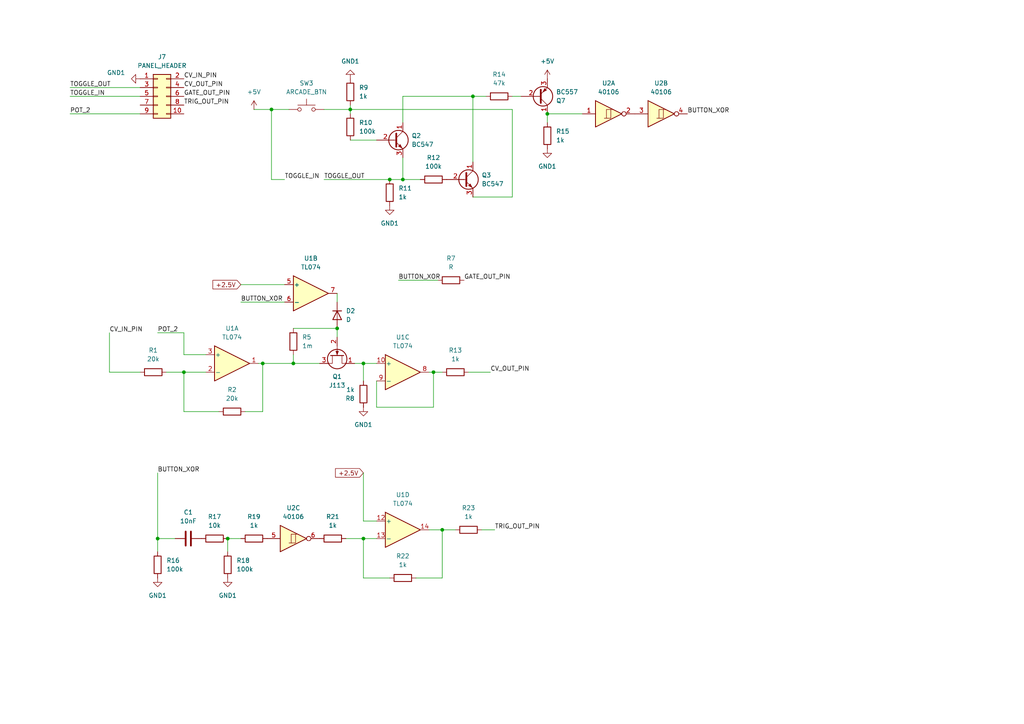
<source format=kicad_sch>
(kicad_sch (version 20231120) (generator "eeschema") (generator_version "8.0")
  (paper "A4")
  (lib_symbols
    (symbol "4xxx:40106" (pin_names (offset 1.016))
      (property "Reference" "U" (at 0 1.27 0))
      (property "Value" "40106" (at 0 -1.27 0))
      (symbol "40106_1_0"
        (polyline (pts (xy -0.635 -1.27) (xy -0.635 1.27) (xy 0.635 1.27)))
        (polyline (pts (xy -3.81 3.81) (xy -3.81 -3.81) (xy 3.81 0) (xy -3.81 3.81)) (stroke (width 0.254)) (fill (type background)))
        (polyline (pts (xy -1.27 -1.27) (xy 0.635 -1.27) (xy 0.635 1.27) (xy 1.27 1.27)))
        (pin input line (at -7.62 0 0) (length 3.81) (name "~") (number "1"))
        (pin output inverted (at 7.62 0 180) (length 3.81) (name "~") (number "2"))
      )
      (symbol "40106_2_0"
        (polyline (pts (xy -0.635 -1.27) (xy -0.635 1.27) (xy 0.635 1.27)))
        (polyline (pts (xy -3.81 3.81) (xy -3.81 -3.81) (xy 3.81 0) (xy -3.81 3.81)) (stroke (width 0.254)) (fill (type background)))
        (polyline (pts (xy -1.27 -1.27) (xy 0.635 -1.27) (xy 0.635 1.27) (xy 1.27 1.27)))
        (pin input line (at -7.62 0 0) (length 3.81) (name "~") (number "3"))
        (pin output inverted (at 7.62 0 180) (length 3.81) (name "~") (number "4"))
      )
      (symbol "40106_3_0"
        (polyline (pts (xy -0.635 -1.27) (xy -0.635 1.27) (xy 0.635 1.27)))
        (polyline (pts (xy -3.81 3.81) (xy -3.81 -3.81) (xy 3.81 0) (xy -3.81 3.81)) (stroke (width 0.254)) (fill (type background)))
        (polyline (pts (xy -1.27 -1.27) (xy 0.635 -1.27) (xy 0.635 1.27) (xy 1.27 1.27)))
        (pin input line (at -7.62 0 0) (length 3.81) (name "~") (number "5"))
        (pin output inverted (at 7.62 0 180) (length 3.81) (name "~") (number "6"))
      )
      (symbol "40106_4_0"
        (polyline (pts (xy -0.635 -1.27) (xy -0.635 1.27) (xy 0.635 1.27)))
        (polyline (pts (xy -3.81 3.81) (xy -3.81 -3.81) (xy 3.81 0) (xy -3.81 3.81)) (stroke (width 0.254)) (fill (type background)))
        (polyline (pts (xy -1.27 -1.27) (xy 0.635 -1.27) (xy 0.635 1.27) (xy 1.27 1.27)))
        (pin output inverted (at 7.62 0 180) (length 3.81) (name "~") (number "8"))
        (pin input line (at -7.62 0 0) (length 3.81) (name "~") (number "9"))
      )
      (symbol "40106_5_0"
        (polyline (pts (xy -0.635 -1.27) (xy -0.635 1.27) (xy 0.635 1.27)))
        (polyline (pts (xy -3.81 3.81) (xy -3.81 -3.81) (xy 3.81 0) (xy -3.81 3.81)) (stroke (width 0.254)) (fill (type background)))
        (polyline (pts (xy -1.27 -1.27) (xy 0.635 -1.27) (xy 0.635 1.27) (xy 1.27 1.27)))
        (pin output inverted (at 7.62 0 180) (length 3.81) (name "~") (number "10"))
        (pin input line (at -7.62 0 0) (length 3.81) (name "~") (number "11"))
      )
      (symbol "40106_6_0"
        (polyline (pts (xy -0.635 -1.27) (xy -0.635 1.27) (xy 0.635 1.27)))
        (polyline (pts (xy -3.81 3.81) (xy -3.81 -3.81) (xy 3.81 0) (xy -3.81 3.81)) (stroke (width 0.254)) (fill (type background)))
        (polyline (pts (xy -1.27 -1.27) (xy 0.635 -1.27) (xy 0.635 1.27) (xy 1.27 1.27)))
        (pin output inverted (at 7.62 0 180) (length 3.81) (name "~") (number "12"))
        (pin input line (at -7.62 0 0) (length 3.81) (name "~") (number "13"))
      )
      (symbol "40106_7_0"
        (pin power_in line (at 0 12.7 270) (length 5.08) (name "VDD") (number "14"))
        (pin power_in line (at 0 -12.7 90) (length 5.08) (name "VSS") (number "7"))
      )
      (symbol "40106_7_1"
        (rectangle (start -5.08 7.62) (end 5.08 -7.62) (stroke (width 0.254)) (fill (type background)))
      )
    )
    (symbol "Amplifier_Operational:TL074" (pin_names (offset 0.127))
      (property "Reference" "U" (at 0 5.08 0))
      (property "Value" "TL074" (at 0 -5.08 0))
      (symbol "TL074_1_1"
        (polyline (pts (xy -5.08 5.08) (xy 5.08 0) (xy -5.08 -5.08) (xy -5.08 5.08)) (stroke (width 0.254)) (fill (type background)))
        (pin output line (at 7.62 0 180) (length 2.54) (name "~") (number "1"))
        (pin input line (at -7.62 -2.54 0) (length 2.54) (name "-") (number "2"))
        (pin input line (at -7.62 2.54 0) (length 2.54) (name "+") (number "3"))
      )
      (symbol "TL074_2_1"
        (polyline (pts (xy -5.08 5.08) (xy 5.08 0) (xy -5.08 -5.08) (xy -5.08 5.08)) (stroke (width 0.254)) (fill (type background)))
        (pin input line (at -7.62 2.54 0) (length 2.54) (name "+") (number "5"))
        (pin input line (at -7.62 -2.54 0) (length 2.54) (name "-") (number "6"))
        (pin output line (at 7.62 0 180) (length 2.54) (name "~") (number "7"))
      )
      (symbol "TL074_3_1"
        (polyline (pts (xy -5.08 5.08) (xy 5.08 0) (xy -5.08 -5.08) (xy -5.08 5.08)) (stroke (width 0.254)) (fill (type background)))
        (pin input line (at -7.62 2.54 0) (length 2.54) (name "+") (number "10"))
        (pin output line (at 7.62 0 180) (length 2.54) (name "~") (number "8"))
        (pin input line (at -7.62 -2.54 0) (length 2.54) (name "-") (number "9"))
      )
      (symbol "TL074_4_1"
        (polyline (pts (xy -5.08 5.08) (xy 5.08 0) (xy -5.08 -5.08) (xy -5.08 5.08)) (stroke (width 0.254)) (fill (type background)))
        (pin input line (at -7.62 2.54 0) (length 2.54) (name "+") (number "12"))
        (pin input line (at -7.62 -2.54 0) (length 2.54) (name "-") (number "13"))
        (pin output line (at 7.62 0 180) (length 2.54) (name "~") (number "14"))
      )
      (symbol "TL074_5_1"
        (pin power_in line (at -2.54 -7.62 90) (length 3.81) (name "V-") (number "11"))
        (pin power_in line (at -2.54 7.62 270) (length 3.81) (name "V+") (number "4"))
      )
    )
    (symbol "Connector_Generic:Conn_02x05_Odd_Even" (pin_names (offset 1.016) hide)
      (property "Reference" "J" (at 1.27 7.62 0))
      (property "Value" "Conn_02x05_Odd_Even" (at 1.27 -7.62 0))
      (symbol "Conn_02x05_Odd_Even_1_1"
        (rectangle (start -1.27 -4.953) (end 0 -5.207) (stroke (width 0.1524)))
        (rectangle (start -1.27 -2.413) (end 0 -2.667) (stroke (width 0.1524)))
        (rectangle (start -1.27 0.127) (end 0 -0.127) (stroke (width 0.1524)))
        (rectangle (start -1.27 2.667) (end 0 2.413) (stroke (width 0.1524)))
        (rectangle (start -1.27 5.207) (end 0 4.953) (stroke (width 0.1524)))
        (rectangle (start -1.27 6.35) (end 3.81 -6.35) (stroke (width 0.254)) (fill (type background)))
        (rectangle (start 3.81 -4.953) (end 2.54 -5.207) (stroke (width 0.1524)))
        (rectangle (start 3.81 -2.413) (end 2.54 -2.667) (stroke (width 0.1524)))
        (rectangle (start 3.81 0.127) (end 2.54 -0.127) (stroke (width 0.1524)))
        (rectangle (start 3.81 2.667) (end 2.54 2.413) (stroke (width 0.1524)))
        (rectangle (start 3.81 5.207) (end 2.54 4.953) (stroke (width 0.1524)))
        (pin passive line (at -5.08 5.08 0) (length 3.81) (name "Pin_1") (number "1"))
        (pin passive line (at 7.62 -5.08 180) (length 3.81) (name "Pin_10") (number "10"))
        (pin passive line (at 7.62 5.08 180) (length 3.81) (name "Pin_2") (number "2"))
        (pin passive line (at -5.08 2.54 0) (length 3.81) (name "Pin_3") (number "3"))
        (pin passive line (at 7.62 2.54 180) (length 3.81) (name "Pin_4") (number "4"))
        (pin passive line (at -5.08 0 0) (length 3.81) (name "Pin_5") (number "5"))
        (pin passive line (at 7.62 0 180) (length 3.81) (name "Pin_6") (number "6"))
        (pin passive line (at -5.08 -2.54 0) (length 3.81) (name "Pin_7") (number "7"))
        (pin passive line (at 7.62 -2.54 180) (length 3.81) (name "Pin_8") (number "8"))
        (pin passive line (at -5.08 -5.08 0) (length 3.81) (name "Pin_9") (number "9"))
      )
    )
    (symbol "Device:C" (pin_numbers hide) (pin_names (offset 0.254))
      (property "Reference" "C" (at 0.635 2.54 0))
      (property "Value" "C" (at 0.635 -2.54 0))
      (symbol "C_0_1"
        (polyline (pts (xy -2.032 -0.762) (xy 2.032 -0.762)) (stroke (width 0.508)))
        (polyline (pts (xy -2.032 0.762) (xy 2.032 0.762)) (stroke (width 0.508)))
      )
      (symbol "C_1_1"
        (pin passive line (at 0 3.81 270) (length 2.794) (name "~") (number "1"))
        (pin passive line (at 0 -3.81 90) (length 2.794) (name "~") (number "2"))
      )
    )
    (symbol "Device:D" (pin_numbers hide) (pin_names (offset 1.016) hide)
      (property "Reference" "D" (at 0 2.54 0))
      (property "Value" "D" (at 0 -2.54 0))
      (symbol "D_0_1"
        (polyline (pts (xy -1.27 1.27) (xy -1.27 -1.27)) (stroke (width 0.254)))
        (polyline (pts (xy 1.27 0) (xy -1.27 0)))
        (polyline (pts (xy 1.27 1.27) (xy 1.27 -1.27) (xy -1.27 0) (xy 1.27 1.27)) (stroke (width 0.254)))
      )
      (symbol "D_1_1"
        (pin passive line (at -3.81 0 0) (length 2.54) (name "K") (number "1"))
        (pin passive line (at 3.81 0 180) (length 2.54) (name "A") (number "2"))
      )
    )
    (symbol "Device:R" (pin_numbers hide) (pin_names (offset 0))
      (property "Reference" "R" (at 2.032 0 90))
      (property "Value" "R" (at 0 0 90))
      (symbol "R_0_1"
        (rectangle (start -1.016 -2.54) (end 1.016 2.54) (stroke (width 0.254)))
      )
      (symbol "R_1_1"
        (pin passive line (at 0 3.81 270) (length 1.27) (name "~") (number "1"))
        (pin passive line (at 0 -3.81 90) (length 1.27) (name "~") (number "2"))
      )
    )
    (symbol "Switch:SW_Push" (pin_numbers hide) (pin_names (offset 1.016) hide)
      (property "Reference" "SW" (at 1.27 2.54 0))
      (property "Value" "SW_Push" (at 0 -1.524 0))
      (symbol "SW_Push_0_1"
        (circle (center -2.032 0) (radius 0.508))
        (polyline (pts (xy 0 1.27) (xy 0 3.048)))
        (polyline (pts (xy 2.54 1.27) (xy -2.54 1.27)))
        (circle (center 2.032 0) (radius 0.508))
        (pin passive line (at -5.08 0 0) (length 2.54) (name "1") (number "1"))
        (pin passive line (at 5.08 0 180) (length 2.54) (name "2") (number "2"))
      )
    )
    (symbol "Transistor_BJT:BC547" (pin_names (offset 0) hide)
      (property "Reference" "Q" (at 5.08 1.905 0))
      (property "Value" "BC547" (at 5.08 0 0))
      (symbol "BC547_0_1"
        (polyline (pts (xy 0 0) (xy 0.635 0)))
        (polyline (pts (xy 0.635 0.635) (xy 2.54 2.54)))
        (polyline (pts (xy 0.635 -0.635) (xy 2.54 -2.54) (xy 2.54 -2.54)))
        (polyline (pts (xy 0.635 1.905) (xy 0.635 -1.905) (xy 0.635 -1.905)) (stroke (width 0.508)))
        (polyline (pts (xy 1.27 -1.778) (xy 1.778 -1.27) (xy 2.286 -2.286) (xy 1.27 -1.778) (xy 1.27 -1.778)) (fill (type outline)))
        (circle (center 1.27 0) (radius 2.8194) (stroke (width 0.254)))
      )
      (symbol "BC547_1_1"
        (pin passive line (at 2.54 5.08 270) (length 2.54) (name "C") (number "1"))
        (pin input line (at -5.08 0 0) (length 5.08) (name "B") (number "2"))
        (pin passive line (at 2.54 -5.08 90) (length 2.54) (name "E") (number "3"))
      )
    )
    (symbol "Transistor_BJT:BC557" (pin_names (offset 0) hide)
      (property "Reference" "Q" (at 5.08 1.905 0))
      (property "Value" "BC557" (at 5.08 0 0))
      (symbol "BC557_0_1"
        (polyline (pts (xy 0.635 0.635) (xy 2.54 2.54)))
        (polyline (pts (xy 0.635 -0.635) (xy 2.54 -2.54) (xy 2.54 -2.54)))
        (polyline (pts (xy 0.635 1.905) (xy 0.635 -1.905) (xy 0.635 -1.905)) (stroke (width 0.508)))
        (polyline (pts (xy 2.286 -1.778) (xy 1.778 -2.286) (xy 1.27 -1.27) (xy 2.286 -1.778) (xy 2.286 -1.778)) (fill (type outline)))
        (circle (center 1.27 0) (radius 2.8194) (stroke (width 0.254)))
      )
      (symbol "BC557_1_1"
        (pin passive line (at 2.54 5.08 270) (length 2.54) (name "C") (number "1"))
        (pin input line (at -5.08 0 0) (length 5.715) (name "B") (number "2"))
        (pin passive line (at 2.54 -5.08 90) (length 2.54) (name "E") (number "3"))
      )
    )
    (symbol "Transistor_FET:2N3819" (pin_names hide)
      (property "Reference" "Q" (at 5.08 1.905 0))
      (property "Value" "2N3819" (at 5.08 0 0))
      (symbol "2N3819_0_1"
        (polyline (pts (xy 0.254 0) (xy -2.54 0)))
        (polyline (pts (xy 0.254 1.905) (xy 0.254 -1.905)) (stroke (width 0.254)))
        (polyline (pts (xy 2.54 -2.54) (xy 2.54 -1.397) (xy 0.254 -1.397)))
        (polyline (pts (xy 2.54 2.54) (xy 2.54 1.397) (xy 0.254 1.397)))
        (polyline (pts (xy 0 0) (xy -1.016 0.381) (xy -1.016 -0.381) (xy 0 0)) (fill (type outline)))
        (circle (center 1.27 0) (radius 2.8194) (stroke (width 0.254)))
      )
      (symbol "2N3819_1_1"
        (pin passive line (at 2.54 5.08 270) (length 2.54) (name "D") (number "1"))
        (pin input line (at -5.08 0 0) (length 2.54) (name "G") (number "2"))
        (pin passive line (at 2.54 -5.08 90) (length 2.54) (name "S") (number "3"))
      )
    )
    (symbol "power:+5V" (power) (pin_numbers hide) (pin_names (offset 0) hide)
      (property "Value" "+5V" (at 0 3.556 0))
      (symbol "+5V_0_1"
        (polyline (pts (xy -0.762 1.27) (xy 0 2.54)))
        (polyline (pts (xy 0 0) (xy 0 2.54)))
        (polyline (pts (xy 0 2.54) (xy 0.762 1.27)))
      )
      (symbol "+5V_1_1"
        (pin power_in line (at 0 0 90) (length 0) (name "~") (number "1"))
      )
    )
    (symbol "power:GND1" (power) (pin_numbers hide) (pin_names (offset 0) hide)
      (property "Value" "GND1" (at 0 -3.81 0))
      (symbol "GND1_0_1"
        (polyline (pts (xy 0 0) (xy 0 -1.27) (xy 1.27 -1.27) (xy 0 -2.54) (xy -1.27 -1.27) (xy 0 -1.27)))
      )
      (symbol "GND1_1_1"
        (pin power_in line (at 0 0 270) (length 0) (name "~") (number "1"))
      )
    )
  )
  (junction (at 85.09 105.41))
  (junction (at 128.27 153.67))
  (junction (at 137.16 27.94))
  (junction (at 78.74 31.75))
  (junction (at 113.03 52.07))
  (junction (at 45.72 156.21))
  (junction (at 158.75 33.02))
  (junction (at 125.73 107.95))
  (junction (at 116.84 52.07))
  (junction (at 105.41 105.41))
  (junction (at 97.79 95.25))
  (junction (at 105.41 156.21))
  (junction (at 53.34 107.95))
  (junction (at 66.04 156.21))
  (junction (at 76.2 105.41))
  (junction (at 101.6 31.75))
  (wire (pts (xy 45.72 156.21) (xy 50.8 156.21)))
  (wire (pts (xy 82.55 52.07) (xy 78.74 52.07)))
  (wire (pts (xy 135.89 107.95) (xy 142.24 107.95)))
  (wire (pts (xy 45.72 160.02) (xy 45.72 156.21)))
  (wire (pts (xy 109.22 118.11) (xy 125.73 118.11)))
  (wire (pts (xy 137.16 27.94) (xy 116.84 27.94)))
  (wire (pts (xy 78.74 31.75) (xy 83.82 31.75)))
  (wire (pts (xy 31.75 96.52) (xy 31.75 107.95)))
  (wire (pts (xy 101.6 40.64) (xy 109.22 40.64)))
  (wire (pts (xy 69.85 87.63) (xy 82.55 87.63)))
  (wire (pts (xy 101.6 30.48) (xy 101.6 31.75)))
  (wire (pts (xy 45.72 96.52) (xy 53.34 96.52)))
  (wire (pts (xy 137.16 57.15) (xy 148.59 57.15)))
  (wire (pts (xy 125.73 107.95) (xy 124.46 107.95)))
  (wire (pts (xy 105.41 105.41) (xy 109.22 105.41)))
  (wire (pts (xy 78.74 31.75) (xy 78.74 52.07)))
  (wire (pts (xy 66.04 156.21) (xy 69.85 156.21)))
  (wire (pts (xy 168.91 33.02) (xy 158.75 33.02)))
  (wire (pts (xy 137.16 46.99) (xy 137.16 27.94)))
  (wire (pts (xy 128.27 153.67) (xy 132.08 153.67)))
  (wire (pts (xy 113.03 52.07) (xy 116.84 52.07)))
  (wire (pts (xy 85.09 95.25) (xy 97.79 95.25)))
  (wire (pts (xy 20.32 33.02) (xy 40.64 33.02)))
  (wire (pts (xy 102.87 105.41) (xy 105.41 105.41)))
  (wire (pts (xy 53.34 119.38) (xy 53.34 107.95)))
  (wire (pts (xy 93.98 52.07) (xy 113.03 52.07)))
  (wire (pts (xy 109.22 110.49) (xy 109.22 118.11)))
  (wire (pts (xy 45.72 137.16) (xy 45.72 156.21)))
  (wire (pts (xy 20.32 27.94) (xy 40.64 27.94)))
  (wire (pts (xy 115.57 81.28) (xy 127 81.28)))
  (wire (pts (xy 116.84 27.94) (xy 116.84 35.56)))
  (wire (pts (xy 158.75 35.56) (xy 158.75 33.02)))
  (wire (pts (xy 97.79 85.09) (xy 97.79 87.63)))
  (wire (pts (xy 74.93 105.41) (xy 76.2 105.41)))
  (wire (pts (xy 128.27 167.64) (xy 128.27 153.67)))
  (wire (pts (xy 105.41 151.13) (xy 109.22 151.13)))
  (wire (pts (xy 125.73 118.11) (xy 125.73 107.95)))
  (wire (pts (xy 113.03 167.64) (xy 105.41 167.64)))
  (wire (pts (xy 105.41 110.49) (xy 105.41 105.41)))
  (wire (pts (xy 105.41 156.21) (xy 105.41 167.64)))
  (wire (pts (xy 85.09 105.41) (xy 92.71 105.41)))
  (wire (pts (xy 93.98 31.75) (xy 101.6 31.75)))
  (wire (pts (xy 85.09 102.87) (xy 85.09 105.41)))
  (wire (pts (xy 105.41 156.21) (xy 109.22 156.21)))
  (wire (pts (xy 53.34 102.87) (xy 59.69 102.87)))
  (wire (pts (xy 140.97 27.94) (xy 137.16 27.94)))
  (wire (pts (xy 139.7 153.67) (xy 143.51 153.67)))
  (wire (pts (xy 128.27 107.95) (xy 125.73 107.95)))
  (wire (pts (xy 101.6 31.75) (xy 148.59 31.75)))
  (wire (pts (xy 100.33 156.21) (xy 105.41 156.21)))
  (wire (pts (xy 48.26 107.95) (xy 53.34 107.95)))
  (wire (pts (xy 148.59 27.94) (xy 151.13 27.94)))
  (wire (pts (xy 116.84 52.07) (xy 121.92 52.07)))
  (wire (pts (xy 73.66 31.75) (xy 78.74 31.75)))
  (wire (pts (xy 31.75 107.95) (xy 40.64 107.95)))
  (wire (pts (xy 116.84 45.72) (xy 116.84 52.07)))
  (wire (pts (xy 148.59 57.15) (xy 148.59 31.75)))
  (wire (pts (xy 120.65 167.64) (xy 128.27 167.64)))
  (wire (pts (xy 105.41 137.16) (xy 105.41 151.13)))
  (wire (pts (xy 71.12 119.38) (xy 76.2 119.38)))
  (wire (pts (xy 97.79 95.25) (xy 97.79 97.79)))
  (wire (pts (xy 20.32 25.4) (xy 40.64 25.4)))
  (wire (pts (xy 69.85 82.55) (xy 82.55 82.55)))
  (wire (pts (xy 124.46 153.67) (xy 128.27 153.67)))
  (wire (pts (xy 53.34 107.95) (xy 59.69 107.95)))
  (wire (pts (xy 66.04 156.21) (xy 66.04 160.02)))
  (wire (pts (xy 63.5 119.38) (xy 53.34 119.38)))
  (wire (pts (xy 76.2 119.38) (xy 76.2 105.41)))
  (wire (pts (xy 101.6 31.75) (xy 101.6 33.02)))
  (wire (pts (xy 76.2 105.41) (xy 85.09 105.41)))
  (wire (pts (xy 53.34 96.52) (xy 53.34 102.87)))
  (label "TOGGLE_IN" (at 82.55 52.07 0))
  (label "GATE_OUT_PIN" (at 134.62 81.28 0))
  (label "BUTTON_XOR" (at 45.72 137.16 0))
  (label "TOGGLE_OUT" (at 93.98 52.07 0))
  (label "TRIG_OUT_PIN" (at 143.51 153.67 0))
  (label "CV_IN_PIN" (at 31.75 96.52 0))
  (label "TOGGLE_IN" (at 20.32 27.94 0))
  (label "CV_OUT_PIN" (at 53.34 25.4 0))
  (label "BUTTON_XOR" (at 69.85 87.63 0))
  (label "BUTTON_XOR" (at 199.39 33.02 0))
  (label "POT_2" (at 20.32 33.02 0))
  (label "GATE_OUT_PIN" (at 53.34 27.94 0))
  (label "CV_IN_PIN" (at 53.34 22.86 0))
  (label "BUTTON_XOR" (at 115.57 81.28 0))
  (label "CV_OUT_PIN" (at 142.24 107.95 0))
  (label "TRIG_OUT_PIN" (at 53.34 30.48 0))
  (label "TOGGLE_OUT" (at 20.32 25.4 0))
  (label "POT_2" (at 45.72 96.52 0))
  (global_label "+2.5V" (shape input) (at 69.85 82.55 180) (property "Intersheetrefs" "${INTERSHEET_REFS}" (effects (hide yes))))
  (global_label "+2.5V" (shape input) (at 105.41 137.16 180) (property "Intersheetrefs" "${INTERSHEET_REFS}" (effects (hide yes))))
  (symbol (lib_id "Device:R") (at 125.73 52.07 90) (unit 1)
    (property "Reference" "R12" (at 125.73 45.72 90))
    (property "Value" "100k" (at 125.73 48.26 90))
    (property "Footprint" "PCM_4ms_Resistor:R_Axial_DIN0207_L6.3mm_D2.5mm_P7.62mm_Horizontal" (effects (hide yes)))
    (property "Description" "Resistor" (effects (hide yes)))
  )
  (symbol (lib_id "Device:R") (at 62.23 156.21 90) (unit 1)
    (property "Reference" "R17" (at 62.23 149.86 90))
    (property "Value" "10k" (at 62.23 152.4 90))
    (property "Footprint" "PCM_4ms_Resistor:R_Axial_DIN0207_L6.3mm_D2.5mm_P7.62mm_Horizontal" (effects (hide yes)))
    (property "Description" "Resistor" (effects (hide yes)))
  )
  (symbol (lib_id "Device:R") (at 101.6 26.67 0) (unit 1)
    (property "Reference" "R9" (at 104.14 25.3999 0) (effects (justify left)))
    (property "Value" "1k" (at 104.14 27.9399 0) (effects (justify left)))
    (property "Footprint" "PCM_4ms_Resistor:R_Axial_DIN0207_L6.3mm_D2.5mm_P7.62mm_Horizontal" (effects (hide yes)))
    (property "Description" "Resistor" (effects (hide yes)))
  )
  (symbol (lib_id "Device:R") (at 113.03 55.88 0) (unit 1)
    (property "Reference" "R11" (at 115.57 54.6099 0) (effects (justify left)))
    (property "Value" "1k" (at 115.57 57.1499 0) (effects (justify left)))
    (property "Footprint" "PCM_4ms_Resistor:R_Axial_DIN0207_L6.3mm_D2.5mm_P7.62mm_Horizontal" (effects (hide yes)))
    (property "Description" "Resistor" (effects (hide yes)))
  )
  (symbol (lib_id "Amplifier_Operational:TL074") (at 116.84 153.67 0) (unit 4)
    (property "Reference" "U1" (at 116.84 143.51 0))
    (property "Value" "TL074" (at 116.84 146.05 0))
    (property "Footprint" "Package_DIP:DIP-14_W7.62mm_Socket" (effects (hide yes)))
    (property "Datasheet" "http://www.ti.com/lit/ds/symlink/tl071.pdf" (effects (hide yes)))
    (property "Description" "Quad Low-Noise JFET-Input Operational Amplifiers, DIP-14/SOIC-14" (effects (hide yes)))
  )
  (symbol (lib_id "Device:R") (at 101.6 36.83 0) (unit 1)
    (property "Reference" "R10" (at 104.14 35.5599 0) (effects (justify left)))
    (property "Value" "100k" (at 104.14 38.0999 0) (effects (justify left)))
    (property "Footprint" "PCM_4ms_Resistor:R_Axial_DIN0207_L6.3mm_D2.5mm_P7.62mm_Horizontal" (effects (hide yes)))
    (property "Description" "Resistor" (effects (hide yes)))
  )
  (symbol (lib_id "Amplifier_Operational:TL074") (at 90.17 85.09 0) (unit 2)
    (property "Reference" "U1" (at 90.17 74.93 0))
    (property "Value" "TL074" (at 90.17 77.47 0))
    (property "Footprint" "Package_DIP:DIP-14_W7.62mm_Socket" (effects (hide yes)))
    (property "Datasheet" "http://www.ti.com/lit/ds/symlink/tl071.pdf" (effects (hide yes)))
    (property "Description" "Quad Low-Noise JFET-Input Operational Amplifiers, DIP-14/SOIC-14" (effects (hide yes)))
  )
  (symbol (lib_id "Device:R") (at 85.09 99.06 180) (unit 1)
    (property "Reference" "R5" (at 87.63 97.7899 0) (effects (justify right)))
    (property "Value" "1m" (at 87.63 100.3299 0) (effects (justify right)))
    (property "Footprint" "PCM_4ms_Resistor:R_Axial_DIN0207_L6.3mm_D2.5mm_P7.62mm_Horizontal" (effects (hide yes)))
    (property "Description" "Resistor" (effects (hide yes)))
  )
  (symbol (lib_id "Device:R") (at 67.31 119.38 90) (unit 1)
    (property "Reference" "R2" (at 67.31 113.03 90))
    (property "Value" "20k" (at 67.31 115.57 90))
    (property "Footprint" "PCM_4ms_Resistor:R_Axial_DIN0207_L6.3mm_D2.5mm_P7.62mm_Horizontal" (effects (hide yes)))
    (property "Description" "Resistor" (effects (hide yes)))
  )
  (symbol (lib_id "Device:R") (at 130.81 81.28 90) (unit 1)
    (property "Reference" "R7" (at 130.81 74.93 90))
    (property "Value" "R" (at 130.81 77.47 90))
    (property "Footprint" "PCM_4ms_Resistor:R_Axial_DIN0207_L6.3mm_D2.5mm_P7.62mm_Horizontal" (effects (hide yes)))
    (property "Description" "Resistor" (effects (hide yes)))
  )
  (symbol (lib_id "4xxx:40106") (at 191.77 33.02 0) (unit 2)
    (property "Reference" "U2" (at 191.77 24.13 0))
    (property "Value" "40106" (at 191.77 26.67 0))
    (property "Footprint" "Package_DIP:DIP-14_W7.62mm_Socket" (effects (hide yes)))
    (property "Datasheet" "https://assets.nexperia.com/documents/data-sheet/HEF40106B.pdf" (effects (hide yes)))
    (property "Description" "Hex Schmitt trigger inverter" (effects (hide yes)))
  )
  (symbol (lib_id "Transistor_BJT:BC557") (at 156.21 27.94 0) (mirror x) (unit 1)
    (property "Reference" "Q7" (at 161.29 29.2101 0) (effects (justify left)))
    (property "Value" "BC557" (at 161.29 26.6701 0) (effects (justify left)))
    (property "Footprint" "Package_TO_SOT_THT:TO-92_Inline" (effects (hide yes)))
    (property "Datasheet" "https://www.onsemi.com/pub/Collateral/BC556BTA-D.pdf" (effects (hide yes)))
    (property "Description" "0.1A Ic, 45V Vce, PNP Small Signal Transistor, TO-92" (effects (hide yes)))
  )
  (symbol (lib_id "Switch:SW_Push") (at 88.9 31.75 0) (unit 1)
    (property "Reference" "SW3" (at 88.9 24.13 0))
    (property "Value" "ARCADE_BTN" (at 88.9 26.67 0))
    (property "Footprint" "Connector_PinHeader_2.54mm:PinHeader_1x02_P2.54mm_Horizontal" (effects (hide yes)))
    (property "Description" "Push button switch, generic, two pins" (effects (hide yes)))
  )
  (symbol (lib_id "Device:R") (at 73.66 156.21 270) (unit 1)
    (property "Reference" "R19" (at 73.66 149.86 90))
    (property "Value" "1k" (at 73.66 152.4 90))
    (property "Footprint" "PCM_4ms_Resistor:R_Axial_DIN0207_L6.3mm_D2.5mm_P7.62mm_Horizontal" (effects (hide yes)))
    (property "Description" "Resistor" (effects (hide yes)))
  )
  (symbol (lib_id "power:GND1") (at 158.75 43.18 0) (unit 1)
    (property "Reference" "#PWR023" (effects (hide yes)))
    (property "Value" "GND1" (at 158.75 48.26 0))
    (property "Description" "Power symbol creates a global label with name \"GND1\" , ground" (effects (hide yes)))
  )
  (symbol (lib_id "Device:C") (at 54.61 156.21 270) (unit 1)
    (property "Reference" "C1" (at 54.61 148.59 90))
    (property "Value" "10nF" (at 54.61 151.13 90))
    (property "Footprint" "PCM_4ms_Capacitor:C_Disc_P5.08mm" (effects (hide yes)))
    (property "Description" "Unpolarized capacitor" (effects (hide yes)))
  )
  (symbol (lib_id "Device:R") (at 105.41 114.3 0) (unit 1)
    (property "Reference" "R8" (at 102.87 115.5701 0) (effects (justify right)))
    (property "Value" "1k" (at 102.87 113.0301 0) (effects (justify right)))
    (property "Footprint" "PCM_4ms_Resistor:R_Axial_DIN0207_L6.3mm_D2.5mm_P7.62mm_Horizontal" (effects (hide yes)))
    (property "Description" "Resistor" (effects (hide yes)))
  )
  (symbol (lib_id "Device:R") (at 132.08 107.95 270) (unit 1)
    (property "Reference" "R13" (at 132.08 101.6 90))
    (property "Value" "1k" (at 132.08 104.14 90))
    (property "Footprint" "PCM_4ms_Resistor:R_Axial_DIN0207_L6.3mm_D2.5mm_P7.62mm_Horizontal" (effects (hide yes)))
    (property "Description" "Resistor" (effects (hide yes)))
  )
  (symbol (lib_id "Transistor_BJT:BC547") (at 134.62 52.07 0) (unit 1)
    (property "Reference" "Q3" (at 139.7 50.7999 0) (effects (justify left)))
    (property "Value" "BC547" (at 139.7 53.3399 0) (effects (justify left)))
    (property "Footprint" "Package_TO_SOT_THT:TO-92_Inline" (effects (hide yes)))
    (property "Datasheet" "https://www.onsemi.com/pub/Collateral/BC550-D.pdf" (effects (hide yes)))
    (property "Description" "0.1A Ic, 45V Vce, Small Signal NPN Transistor, TO-92" (effects (hide yes)))
  )
  (symbol (lib_id "Device:R") (at 44.45 107.95 90) (unit 1)
    (property "Reference" "R1" (at 44.45 101.6 90))
    (property "Value" "20k" (at 44.45 104.14 90))
    (property "Footprint" "PCM_4ms_Resistor:R_Axial_DIN0207_L6.3mm_D2.5mm_P7.62mm_Horizontal" (effects (hide yes)))
    (property "Description" "Resistor" (effects (hide yes)))
  )
  (symbol (lib_id "Device:D") (at 97.79 91.44 270) (unit 1)
    (property "Reference" "D2" (at 100.33 90.1699 90) (effects (justify left)))
    (property "Value" "D" (at 100.33 92.7099 90) (effects (justify left)))
    (property "Footprint" "PCM_4ms_Diode:D_DO-35_P7.62mm_Horizontal" (effects (hide yes)))
    (property "Description" "Diode" (effects (hide yes)))
    (property "Sim.Device" "D" (effects (hide yes)))
    (property "Sim.Pins" "1=K 2=A" (effects (hide yes)))
  )
  (symbol (lib_id "power:GND1") (at 45.72 167.64 0) (unit 1)
    (property "Reference" "#PWR024" (effects (hide yes)))
    (property "Value" "GND1" (at 45.72 172.72 0))
    (property "Description" "Power symbol creates a global label with name \"GND1\" , ground" (effects (hide yes)))
  )
  (symbol (lib_id "power:GND1") (at 101.6 22.86 180) (unit 1)
    (property "Reference" "#PWR021" (effects (hide yes)))
    (property "Value" "GND1" (at 101.6 17.78 0))
    (property "Description" "Power symbol creates a global label with name \"GND1\" , ground" (effects (hide yes)))
  )
  (symbol (lib_id "Amplifier_Operational:TL074") (at 67.31 105.41 0) (unit 1)
    (property "Reference" "U1" (at 67.31 95.25 0))
    (property "Value" "TL074" (at 67.31 97.79 0))
    (property "Footprint" "Package_DIP:DIP-14_W7.62mm_Socket" (effects (hide yes)))
    (property "Datasheet" "http://www.ti.com/lit/ds/symlink/tl071.pdf" (effects (hide yes)))
    (property "Description" "Quad Low-Noise JFET-Input Operational Amplifiers, DIP-14/SOIC-14" (effects (hide yes)))
  )
  (symbol (lib_id "power:+5V") (at 73.66 31.75 0) (unit 1)
    (property "Reference" "#PWR029" (effects (hide yes)))
    (property "Value" "+5V" (at 73.66 26.67 0))
    (property "Description" "Power symbol creates a global label with name \"+5V\"" (effects (hide yes)))
  )
  (symbol (lib_id "4xxx:40106") (at 85.09 156.21 0) (unit 3)
    (property "Reference" "U2" (at 85.09 147.32 0))
    (property "Value" "40106" (at 85.09 149.86 0))
    (property "Footprint" "Package_DIP:DIP-14_W7.62mm_Socket" (effects (hide yes)))
    (property "Datasheet" "https://assets.nexperia.com/documents/data-sheet/HEF40106B.pdf" (effects (hide yes)))
    (property "Description" "Hex Schmitt trigger inverter" (effects (hide yes)))
  )
  (symbol (lib_id "power:GND1") (at 66.04 167.64 0) (unit 1)
    (property "Reference" "#PWR025" (effects (hide yes)))
    (property "Value" "GND1" (at 66.04 172.72 0))
    (property "Description" "Power symbol creates a global label with name \"GND1\" , ground" (effects (hide yes)))
  )
  (symbol (lib_id "Device:R") (at 96.52 156.21 90) (unit 1)
    (property "Reference" "R21" (at 96.52 149.86 90))
    (property "Value" "1k" (at 96.52 152.4 90))
    (property "Footprint" "PCM_4ms_Resistor:R_Axial_DIN0207_L6.3mm_D2.5mm_P7.62mm_Horizontal" (effects (hide yes)))
    (property "Description" "Resistor" (effects (hide yes)))
  )
  (symbol (lib_id "Device:R") (at 144.78 27.94 90) (unit 1)
    (property "Reference" "R14" (at 144.78 21.59 90))
    (property "Value" "47k" (at 144.78 24.13 90))
    (property "Footprint" "PCM_4ms_Resistor:R_Axial_DIN0207_L6.3mm_D2.5mm_P7.62mm_Horizontal" (effects (hide yes)))
    (property "Description" "Resistor" (effects (hide yes)))
  )
  (symbol (lib_id "Device:R") (at 66.04 163.83 180) (unit 1)
    (property "Reference" "R18" (at 68.58 162.5599 0) (effects (justify right)))
    (property "Value" "100k" (at 68.58 165.0999 0) (effects (justify right)))
    (property "Footprint" "PCM_4ms_Resistor:R_Axial_DIN0207_L6.3mm_D2.5mm_P7.62mm_Horizontal" (effects (hide yes)))
    (property "Description" "Resistor" (effects (hide yes)))
  )
  (symbol (lib_id "4xxx:40106") (at 176.53 33.02 0) (unit 1)
    (property "Reference" "U2" (at 176.53 24.13 0))
    (property "Value" "40106" (at 176.53 26.67 0))
    (property "Footprint" "Package_DIP:DIP-14_W7.62mm_Socket" (effects (hide yes)))
    (property "Datasheet" "https://assets.nexperia.com/documents/data-sheet/HEF40106B.pdf" (effects (hide yes)))
    (property "Description" "Hex Schmitt trigger inverter" (effects (hide yes)))
  )
  (symbol (lib_id "power:GND1") (at 113.03 59.69 0) (unit 1)
    (property "Reference" "#PWR022" (effects (hide yes)))
    (property "Value" "GND1" (at 113.03 64.77 0))
    (property "Description" "Power symbol creates a global label with name \"GND1\" , ground" (effects (hide yes)))
  )
  (symbol (lib_id "power:GND1") (at 105.41 118.11 0) (unit 1)
    (property "Reference" "#PWR020" (effects (hide yes)))
    (property "Value" "GND1" (at 105.41 123.19 0))
    (property "Description" "Power symbol creates a global label with name \"GND1\" , ground" (effects (hide yes)))
  )
  (symbol (lib_id "power:+5V") (at 158.75 22.86 0) (unit 1)
    (property "Reference" "#PWR028" (effects (hide yes)))
    (property "Value" "+5V" (at 158.75 17.78 0))
    (property "Description" "Power symbol creates a global label with name \"+5V\"" (effects (hide yes)))
  )
  (symbol (lib_id "Device:R") (at 158.75 39.37 0) (unit 1)
    (property "Reference" "R15" (at 161.29 38.0999 0) (effects (justify left)))
    (property "Value" "1k" (at 161.29 40.6399 0) (effects (justify left)))
    (property "Footprint" "PCM_4ms_Resistor:R_Axial_DIN0207_L6.3mm_D2.5mm_P7.62mm_Horizontal" (effects (hide yes)))
    (property "Description" "Resistor" (effects (hide yes)))
  )
  (symbol (lib_id "Device:R") (at 45.72 163.83 0) (unit 1)
    (property "Reference" "R16" (at 48.26 162.5599 0) (effects (justify left)))
    (property "Value" "100k" (at 48.26 165.0999 0) (effects (justify left)))
    (property "Footprint" "PCM_4ms_Resistor:R_Axial_DIN0207_L6.3mm_D2.5mm_P7.62mm_Horizontal" (effects (hide yes)))
    (property "Description" "Resistor" (effects (hide yes)))
  )
  (symbol (lib_id "Connector_Generic:Conn_02x05_Odd_Even") (at 45.72 27.94 0) (unit 1)
    (property "Reference" "J7" (at 46.99 16.51 0))
    (property "Value" "PANEL_HEADER" (at 46.99 19.05 0))
    (property "Footprint" "Connector_PinHeader_2.54mm:PinHeader_2x05_P2.54mm_Vertical" (effects (hide yes)))
    (property "Description" "Generic connector, double row, 02x05, odd/even pin numbering scheme (row 1 odd numbers, row 2 even numbers), script generated (kicad-library-utils/schlib/autogen/connector/)" (effects (hide yes)))
  )
  (symbol (lib_id "Transistor_FET:2N3819") (at 97.79 102.87 270) (unit 1)
    (property "Reference" "Q1" (at 97.79 109.22 90))
    (property "Value" "J113" (at 97.79 111.76 90))
    (property "Footprint" "Package_TO_SOT_THT:TO-92" (effects (hide yes)))
    (property "Datasheet" "https://my.centralsemi.com/datasheets/2N3819.PDF" (effects (hide yes)))
    (property "Description" "20mA Id, 25V Vgs, N-Channel JFET Transistor, TO-92" (effects (hide yes)))
  )
  (symbol (lib_id "Amplifier_Operational:TL074") (at 116.84 107.95 0) (unit 3)
    (property "Reference" "U1" (at 116.84 97.79 0))
    (property "Value" "TL074" (at 116.84 100.33 0))
    (property "Footprint" "Package_DIP:DIP-14_W7.62mm_Socket" (effects (hide yes)))
    (property "Datasheet" "http://www.ti.com/lit/ds/symlink/tl071.pdf" (effects (hide yes)))
    (property "Description" "Quad Low-Noise JFET-Input Operational Amplifiers, DIP-14/SOIC-14" (effects (hide yes)))
  )
  (symbol (lib_id "Device:R") (at 116.84 167.64 90) (unit 1)
    (property "Reference" "R22" (at 116.84 161.29 90))
    (property "Value" "1k" (at 116.84 163.83 90))
    (property "Footprint" "PCM_4ms_Resistor:R_Axial_DIN0207_L6.3mm_D2.5mm_P7.62mm_Horizontal" (effects (hide yes)))
    (property "Description" "Resistor" (effects (hide yes)))
  )
  (symbol (lib_id "power:GND1") (at 40.64 22.86 270) (unit 1)
    (property "Reference" "#PWR012" (effects (hide yes)))
    (property "Value" "GND1" (at 36.322 21.082 90) (effects (justify right)))
    (property "Description" "Power symbol creates a global label with name \"GND1\" , ground" (effects (hide yes)))
  )
  (symbol (lib_id "Device:R") (at 135.89 153.67 90) (unit 1)
    (property "Reference" "R23" (at 135.89 147.32 90))
    (property "Value" "1k" (at 135.89 149.86 90))
    (property "Footprint" "PCM_4ms_Resistor:R_Axial_DIN0207_L6.3mm_D2.5mm_P7.62mm_Horizontal" (effects (hide yes)))
    (property "Description" "Resistor" (effects (hide yes)))
  )
  (symbol (lib_id "Transistor_BJT:BC547") (at 114.3 40.64 0) (unit 1)
    (property "Reference" "Q2" (at 119.38 39.3699 0) (effects (justify left)))
    (property "Value" "BC547" (at 119.38 41.9099 0) (effects (justify left)))
    (property "Footprint" "Package_TO_SOT_THT:TO-92_Inline" (effects (hide yes)))
    (property "Datasheet" "https://www.onsemi.com/pub/Collateral/BC550-D.pdf" (effects (hide yes)))
    (property "Description" "0.1A Ic, 45V Vce, Small Signal NPN Transistor, TO-92" (effects (hide yes)))
  )
)
</source>
